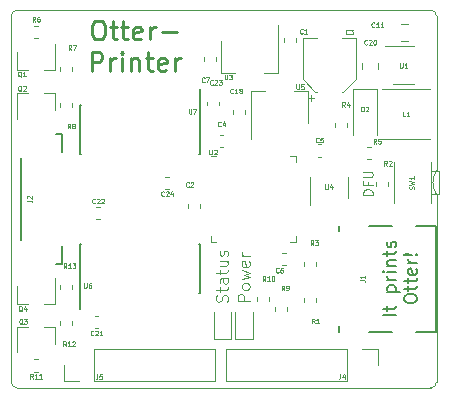
<source format=gto>
G04 #@! TF.GenerationSoftware,KiCad,Pcbnew,5.1.0*
G04 #@! TF.CreationDate,2019-05-06T20:06:38+02:00*
G04 #@! TF.ProjectId,printer-otter,7072696e-7465-4722-9d6f-747465722e6b,rev?*
G04 #@! TF.SameCoordinates,Original*
G04 #@! TF.FileFunction,Legend,Top*
G04 #@! TF.FilePolarity,Positive*
%FSLAX46Y46*%
G04 Gerber Fmt 4.6, Leading zero omitted, Abs format (unit mm)*
G04 Created by KiCad (PCBNEW 5.1.0) date 2019-05-06 20:06:38*
%MOMM*%
%LPD*%
G04 APERTURE LIST*
%ADD10C,0.100000*%
%ADD11C,0.140000*%
%ADD12C,0.250000*%
%ADD13C,0.120000*%
%ADD14C,0.150000*%
G04 APERTURE END LIST*
D10*
X136000000Y-113625000D02*
X136000000Y-100500000D01*
X135500000Y-100000000D02*
X121750000Y-100000000D01*
X130586904Y-115646428D02*
X129786904Y-115646428D01*
X129786904Y-115455952D01*
X129825000Y-115341666D01*
X129901190Y-115265476D01*
X129977380Y-115227380D01*
X130129761Y-115189285D01*
X130244047Y-115189285D01*
X130396428Y-115227380D01*
X130472619Y-115265476D01*
X130548809Y-115341666D01*
X130586904Y-115455952D01*
X130586904Y-115646428D01*
X130167857Y-114579761D02*
X130167857Y-114846428D01*
X130586904Y-114846428D02*
X129786904Y-114846428D01*
X129786904Y-114465476D01*
X129786904Y-114160714D02*
X130434523Y-114160714D01*
X130510714Y-114122619D01*
X130548809Y-114084523D01*
X130586904Y-114008333D01*
X130586904Y-113855952D01*
X130548809Y-113779761D01*
X130510714Y-113741666D01*
X130434523Y-113703571D01*
X129786904Y-113703571D01*
D11*
X132552619Y-125840476D02*
X131452619Y-125840476D01*
X131819285Y-125473809D02*
X131819285Y-125054761D01*
X131452619Y-125316666D02*
X132395476Y-125316666D01*
X132500238Y-125264285D01*
X132552619Y-125159523D01*
X132552619Y-125054761D01*
X131819285Y-123850000D02*
X132919285Y-123850000D01*
X131871666Y-123850000D02*
X131819285Y-123745238D01*
X131819285Y-123535714D01*
X131871666Y-123430952D01*
X131924047Y-123378571D01*
X132028809Y-123326190D01*
X132343095Y-123326190D01*
X132447857Y-123378571D01*
X132500238Y-123430952D01*
X132552619Y-123535714D01*
X132552619Y-123745238D01*
X132500238Y-123850000D01*
X132552619Y-122854761D02*
X131819285Y-122854761D01*
X132028809Y-122854761D02*
X131924047Y-122802380D01*
X131871666Y-122750000D01*
X131819285Y-122645238D01*
X131819285Y-122540476D01*
X132552619Y-122173809D02*
X131819285Y-122173809D01*
X131452619Y-122173809D02*
X131505000Y-122226190D01*
X131557380Y-122173809D01*
X131505000Y-122121428D01*
X131452619Y-122173809D01*
X131557380Y-122173809D01*
X131819285Y-121650000D02*
X132552619Y-121650000D01*
X131924047Y-121650000D02*
X131871666Y-121597619D01*
X131819285Y-121492857D01*
X131819285Y-121335714D01*
X131871666Y-121230952D01*
X131976428Y-121178571D01*
X132552619Y-121178571D01*
X131819285Y-120811904D02*
X131819285Y-120392857D01*
X131452619Y-120654761D02*
X132395476Y-120654761D01*
X132500238Y-120602380D01*
X132552619Y-120497619D01*
X132552619Y-120392857D01*
X132500238Y-120078571D02*
X132552619Y-119973809D01*
X132552619Y-119764285D01*
X132500238Y-119659523D01*
X132395476Y-119607142D01*
X132343095Y-119607142D01*
X132238333Y-119659523D01*
X132185952Y-119764285D01*
X132185952Y-119921428D01*
X132133571Y-120026190D01*
X132028809Y-120078571D01*
X131976428Y-120078571D01*
X131871666Y-120026190D01*
X131819285Y-119921428D01*
X131819285Y-119764285D01*
X131871666Y-119659523D01*
X133242619Y-124557142D02*
X133242619Y-124347619D01*
X133295000Y-124242857D01*
X133399761Y-124138095D01*
X133609285Y-124085714D01*
X133975952Y-124085714D01*
X134185476Y-124138095D01*
X134290238Y-124242857D01*
X134342619Y-124347619D01*
X134342619Y-124557142D01*
X134290238Y-124661904D01*
X134185476Y-124766666D01*
X133975952Y-124819047D01*
X133609285Y-124819047D01*
X133399761Y-124766666D01*
X133295000Y-124661904D01*
X133242619Y-124557142D01*
X133609285Y-123771428D02*
X133609285Y-123352380D01*
X133242619Y-123614285D02*
X134185476Y-123614285D01*
X134290238Y-123561904D01*
X134342619Y-123457142D01*
X134342619Y-123352380D01*
X133609285Y-123142857D02*
X133609285Y-122723809D01*
X133242619Y-122985714D02*
X134185476Y-122985714D01*
X134290238Y-122933333D01*
X134342619Y-122828571D01*
X134342619Y-122723809D01*
X134290238Y-121938095D02*
X134342619Y-122042857D01*
X134342619Y-122252380D01*
X134290238Y-122357142D01*
X134185476Y-122409523D01*
X133766428Y-122409523D01*
X133661666Y-122357142D01*
X133609285Y-122252380D01*
X133609285Y-122042857D01*
X133661666Y-121938095D01*
X133766428Y-121885714D01*
X133871190Y-121885714D01*
X133975952Y-122409523D01*
X134342619Y-121414285D02*
X133609285Y-121414285D01*
X133818809Y-121414285D02*
X133714047Y-121361904D01*
X133661666Y-121309523D01*
X133609285Y-121204761D01*
X133609285Y-121100000D01*
X134237857Y-120733333D02*
X134290238Y-120680952D01*
X134342619Y-120733333D01*
X134290238Y-120785714D01*
X134237857Y-120733333D01*
X134342619Y-120733333D01*
X133923571Y-120733333D02*
X133295000Y-120785714D01*
X133242619Y-120733333D01*
X133295000Y-120680952D01*
X133923571Y-120733333D01*
X133242619Y-120733333D01*
D12*
X107211904Y-100898809D02*
X107516666Y-100898809D01*
X107669047Y-100975000D01*
X107821428Y-101127380D01*
X107897619Y-101432142D01*
X107897619Y-101965476D01*
X107821428Y-102270238D01*
X107669047Y-102422619D01*
X107516666Y-102498809D01*
X107211904Y-102498809D01*
X107059523Y-102422619D01*
X106907142Y-102270238D01*
X106830952Y-101965476D01*
X106830952Y-101432142D01*
X106907142Y-101127380D01*
X107059523Y-100975000D01*
X107211904Y-100898809D01*
X108354761Y-101432142D02*
X108964285Y-101432142D01*
X108583333Y-100898809D02*
X108583333Y-102270238D01*
X108659523Y-102422619D01*
X108811904Y-102498809D01*
X108964285Y-102498809D01*
X109269047Y-101432142D02*
X109878571Y-101432142D01*
X109497619Y-100898809D02*
X109497619Y-102270238D01*
X109573809Y-102422619D01*
X109726190Y-102498809D01*
X109878571Y-102498809D01*
X111021428Y-102422619D02*
X110869047Y-102498809D01*
X110564285Y-102498809D01*
X110411904Y-102422619D01*
X110335714Y-102270238D01*
X110335714Y-101660714D01*
X110411904Y-101508333D01*
X110564285Y-101432142D01*
X110869047Y-101432142D01*
X111021428Y-101508333D01*
X111097619Y-101660714D01*
X111097619Y-101813095D01*
X110335714Y-101965476D01*
X111783333Y-102498809D02*
X111783333Y-101432142D01*
X111783333Y-101736904D02*
X111859523Y-101584523D01*
X111935714Y-101508333D01*
X112088095Y-101432142D01*
X112240476Y-101432142D01*
X112773809Y-101889285D02*
X113992857Y-101889285D01*
X106792857Y-105148809D02*
X106792857Y-103548809D01*
X107402380Y-103548809D01*
X107554761Y-103625000D01*
X107630952Y-103701190D01*
X107707142Y-103853571D01*
X107707142Y-104082142D01*
X107630952Y-104234523D01*
X107554761Y-104310714D01*
X107402380Y-104386904D01*
X106792857Y-104386904D01*
X108392857Y-105148809D02*
X108392857Y-104082142D01*
X108392857Y-104386904D02*
X108469047Y-104234523D01*
X108545238Y-104158333D01*
X108697619Y-104082142D01*
X108850000Y-104082142D01*
X109383333Y-105148809D02*
X109383333Y-104082142D01*
X109383333Y-103548809D02*
X109307142Y-103625000D01*
X109383333Y-103701190D01*
X109459523Y-103625000D01*
X109383333Y-103548809D01*
X109383333Y-103701190D01*
X110145238Y-104082142D02*
X110145238Y-105148809D01*
X110145238Y-104234523D02*
X110221428Y-104158333D01*
X110373809Y-104082142D01*
X110602380Y-104082142D01*
X110754761Y-104158333D01*
X110830952Y-104310714D01*
X110830952Y-105148809D01*
X111364285Y-104082142D02*
X111973809Y-104082142D01*
X111592857Y-103548809D02*
X111592857Y-104920238D01*
X111669047Y-105072619D01*
X111821428Y-105148809D01*
X111973809Y-105148809D01*
X113116666Y-105072619D02*
X112964285Y-105148809D01*
X112659523Y-105148809D01*
X112507142Y-105072619D01*
X112430952Y-104920238D01*
X112430952Y-104310714D01*
X112507142Y-104158333D01*
X112659523Y-104082142D01*
X112964285Y-104082142D01*
X113116666Y-104158333D01*
X113192857Y-104310714D01*
X113192857Y-104463095D01*
X112430952Y-104615476D01*
X113878571Y-105148809D02*
X113878571Y-104082142D01*
X113878571Y-104386904D02*
X113954761Y-104234523D01*
X114030952Y-104158333D01*
X114183333Y-104082142D01*
X114335714Y-104082142D01*
D10*
X120177380Y-124626190D02*
X119177380Y-124626190D01*
X119177380Y-124245238D01*
X119225000Y-124150000D01*
X119272619Y-124102380D01*
X119367857Y-124054761D01*
X119510714Y-124054761D01*
X119605952Y-124102380D01*
X119653571Y-124150000D01*
X119701190Y-124245238D01*
X119701190Y-124626190D01*
X120177380Y-123483333D02*
X120129761Y-123578571D01*
X120082142Y-123626190D01*
X119986904Y-123673809D01*
X119701190Y-123673809D01*
X119605952Y-123626190D01*
X119558333Y-123578571D01*
X119510714Y-123483333D01*
X119510714Y-123340476D01*
X119558333Y-123245238D01*
X119605952Y-123197619D01*
X119701190Y-123150000D01*
X119986904Y-123150000D01*
X120082142Y-123197619D01*
X120129761Y-123245238D01*
X120177380Y-123340476D01*
X120177380Y-123483333D01*
X119510714Y-122816666D02*
X120177380Y-122626190D01*
X119701190Y-122435714D01*
X120177380Y-122245238D01*
X119510714Y-122054761D01*
X120129761Y-121292857D02*
X120177380Y-121388095D01*
X120177380Y-121578571D01*
X120129761Y-121673809D01*
X120034523Y-121721428D01*
X119653571Y-121721428D01*
X119558333Y-121673809D01*
X119510714Y-121578571D01*
X119510714Y-121388095D01*
X119558333Y-121292857D01*
X119653571Y-121245238D01*
X119748809Y-121245238D01*
X119844047Y-121721428D01*
X120177380Y-120816666D02*
X119510714Y-120816666D01*
X119701190Y-120816666D02*
X119605952Y-120769047D01*
X119558333Y-120721428D01*
X119510714Y-120626190D01*
X119510714Y-120530952D01*
X118279761Y-124716666D02*
X118327380Y-124573809D01*
X118327380Y-124335714D01*
X118279761Y-124240476D01*
X118232142Y-124192857D01*
X118136904Y-124145238D01*
X118041666Y-124145238D01*
X117946428Y-124192857D01*
X117898809Y-124240476D01*
X117851190Y-124335714D01*
X117803571Y-124526190D01*
X117755952Y-124621428D01*
X117708333Y-124669047D01*
X117613095Y-124716666D01*
X117517857Y-124716666D01*
X117422619Y-124669047D01*
X117375000Y-124621428D01*
X117327380Y-124526190D01*
X117327380Y-124288095D01*
X117375000Y-124145238D01*
X117660714Y-123859523D02*
X117660714Y-123478571D01*
X117327380Y-123716666D02*
X118184523Y-123716666D01*
X118279761Y-123669047D01*
X118327380Y-123573809D01*
X118327380Y-123478571D01*
X118327380Y-122716666D02*
X117803571Y-122716666D01*
X117708333Y-122764285D01*
X117660714Y-122859523D01*
X117660714Y-123050000D01*
X117708333Y-123145238D01*
X118279761Y-122716666D02*
X118327380Y-122811904D01*
X118327380Y-123050000D01*
X118279761Y-123145238D01*
X118184523Y-123192857D01*
X118089285Y-123192857D01*
X117994047Y-123145238D01*
X117946428Y-123050000D01*
X117946428Y-122811904D01*
X117898809Y-122716666D01*
X117660714Y-122383333D02*
X117660714Y-122002380D01*
X117327380Y-122240476D02*
X118184523Y-122240476D01*
X118279761Y-122192857D01*
X118327380Y-122097619D01*
X118327380Y-122002380D01*
X117660714Y-121240476D02*
X118327380Y-121240476D01*
X117660714Y-121669047D02*
X118184523Y-121669047D01*
X118279761Y-121621428D01*
X118327380Y-121526190D01*
X118327380Y-121383333D01*
X118279761Y-121288095D01*
X118232142Y-121240476D01*
X118279761Y-120811904D02*
X118327380Y-120716666D01*
X118327380Y-120526190D01*
X118279761Y-120430952D01*
X118184523Y-120383333D01*
X118136904Y-120383333D01*
X118041666Y-120430952D01*
X117994047Y-120526190D01*
X117994047Y-120669047D01*
X117946428Y-120764285D01*
X117851190Y-120811904D01*
X117803571Y-120811904D01*
X117708333Y-120764285D01*
X117660714Y-120669047D01*
X117660714Y-120526190D01*
X117708333Y-120430952D01*
X100000000Y-100500000D02*
G75*
G02X100500000Y-100000000I500000J0D01*
G01*
X100500000Y-132000000D02*
G75*
G02X100000000Y-131500000I0J500000D01*
G01*
X136000000Y-131500000D02*
G75*
G02X135500000Y-132000000I-500000J0D01*
G01*
X135500000Y-100000000D02*
G75*
G02X136000000Y-100500000I0J-500000D01*
G01*
X135500000Y-100000000D02*
X135500000Y-100000000D01*
X136000000Y-131500000D02*
X136000000Y-115625000D01*
X100500000Y-132000000D02*
X135500000Y-132000000D01*
X100000000Y-100500000D02*
X100000000Y-131500000D01*
X104500000Y-100000000D02*
X100500000Y-100000000D01*
X107000000Y-100000000D02*
X104500000Y-100000000D01*
X110000000Y-100000000D02*
X112500000Y-100000000D01*
X113000000Y-100000000D02*
X112500000Y-100000000D01*
X110000000Y-100000000D02*
X107000000Y-100000000D01*
X121750000Y-100000000D02*
X113000000Y-100000000D01*
X136000000Y-115625000D02*
G75*
G02X136000000Y-113625000I1499999J1000000D01*
G01*
D13*
X133546078Y-101215000D02*
X133028922Y-101215000D01*
X133546078Y-102635000D02*
X133028922Y-102635000D01*
X129665000Y-105008578D02*
X129665000Y-104491422D01*
X131085000Y-105008578D02*
X131085000Y-104491422D01*
X129185000Y-102415000D02*
X127985000Y-102415000D01*
X124665000Y-102415000D02*
X125865000Y-102415000D01*
X124665000Y-105870563D02*
X124665000Y-102415000D01*
X129185000Y-105870563D02*
X129185000Y-102415000D01*
X128120563Y-106935000D02*
X127985000Y-106935000D01*
X125729437Y-106935000D02*
X125865000Y-106935000D01*
X125729437Y-106935000D02*
X124665000Y-105870563D01*
X128120563Y-106935000D02*
X129185000Y-105870563D01*
X125365000Y-107675000D02*
X125365000Y-107175000D01*
X125115000Y-107425000D02*
X125615000Y-107425000D01*
X124085000Y-102387221D02*
X124085000Y-102712779D01*
X123065000Y-102387221D02*
X123065000Y-102712779D01*
X116010000Y-116737779D02*
X116010000Y-116412221D01*
X114990000Y-116737779D02*
X114990000Y-116412221D01*
X125924721Y-111390000D02*
X126250279Y-111390000D01*
X125924721Y-112410000D02*
X126250279Y-112410000D01*
X123262779Y-120590000D02*
X122937221Y-120590000D01*
X123262779Y-121610000D02*
X122937221Y-121610000D01*
X117360000Y-103962221D02*
X117360000Y-104287779D01*
X116340000Y-103962221D02*
X116340000Y-104287779D01*
X118790000Y-108787779D02*
X118790000Y-108462221D01*
X119810000Y-108787779D02*
X119810000Y-108462221D01*
X107049721Y-125940000D02*
X107375279Y-125940000D01*
X107049721Y-126960000D02*
X107375279Y-126960000D01*
X107187221Y-117660000D02*
X107512779Y-117660000D01*
X107187221Y-116640000D02*
X107512779Y-116640000D01*
X117585000Y-107762221D02*
X117585000Y-108087779D01*
X116565000Y-107762221D02*
X116565000Y-108087779D01*
X113362779Y-114140000D02*
X113037221Y-114140000D01*
X113362779Y-115160000D02*
X113037221Y-115160000D01*
X117637221Y-110590000D02*
X117962779Y-110590000D01*
X117637221Y-111610000D02*
X117962779Y-111610000D01*
X123310000Y-125137221D02*
X123310000Y-125462779D01*
X122290000Y-125137221D02*
X122290000Y-125462779D01*
X130865000Y-114587221D02*
X130865000Y-114912779D01*
X131885000Y-114587221D02*
X131885000Y-114912779D01*
X125760000Y-121337221D02*
X125760000Y-121662779D01*
X124740000Y-121337221D02*
X124740000Y-121662779D01*
X127440000Y-109599721D02*
X127440000Y-109925279D01*
X128460000Y-109599721D02*
X128460000Y-109925279D01*
X130087221Y-111615000D02*
X130412779Y-111615000D01*
X130087221Y-112635000D02*
X130412779Y-112635000D01*
X102262779Y-101340000D02*
X101937221Y-101340000D01*
X102262779Y-102360000D02*
X101937221Y-102360000D01*
X104140000Y-105127779D02*
X104140000Y-104802221D01*
X105160000Y-105127779D02*
X105160000Y-104802221D01*
X105160000Y-108212779D02*
X105160000Y-107887221D01*
X104140000Y-108212779D02*
X104140000Y-107887221D01*
X121810000Y-124337221D02*
X121810000Y-124662779D01*
X120790000Y-124337221D02*
X120790000Y-124662779D01*
X101937221Y-130610000D02*
X102262779Y-130610000D01*
X101937221Y-129590000D02*
X102262779Y-129590000D01*
X105160000Y-126337221D02*
X105160000Y-126662779D01*
X104140000Y-126337221D02*
X104140000Y-126662779D01*
X104140000Y-123287221D02*
X104140000Y-123612779D01*
X105160000Y-123287221D02*
X105160000Y-123612779D01*
X124740000Y-124712779D02*
X124740000Y-124387221D01*
X125760000Y-124712779D02*
X125760000Y-124387221D01*
D14*
X127750000Y-118750000D02*
X127750000Y-118250000D01*
X127750000Y-127250000D02*
X127750000Y-126750000D01*
X130250000Y-127250000D02*
X132250000Y-127250000D01*
X132250000Y-118250000D02*
X130250000Y-118250000D01*
X134250000Y-118250000D02*
X135945000Y-118250000D01*
X135945000Y-127250000D02*
X134250000Y-127250000D01*
X135945000Y-118250000D02*
X135945000Y-127250000D01*
X105850000Y-123925000D02*
X105850000Y-125300000D01*
X115975000Y-123925000D02*
X115975000Y-119775000D01*
X105825000Y-123925000D02*
X105825000Y-119775000D01*
X115975000Y-123925000D02*
X115870000Y-123925000D01*
X115975000Y-119775000D02*
X115870000Y-119775000D01*
X105825000Y-119775000D02*
X105930000Y-119775000D01*
X105825000Y-123925000D02*
X105850000Y-123925000D01*
X115950000Y-108025000D02*
X115950000Y-106650000D01*
X105825000Y-108025000D02*
X105825000Y-112175000D01*
X115975000Y-108025000D02*
X115975000Y-112175000D01*
X105825000Y-108025000D02*
X105930000Y-108025000D01*
X105825000Y-112175000D02*
X105930000Y-112175000D01*
X115975000Y-112175000D02*
X115870000Y-112175000D01*
X115975000Y-108025000D02*
X115950000Y-108025000D01*
D13*
X100520000Y-105060000D02*
X100520000Y-103600000D01*
X103680000Y-105060000D02*
X103680000Y-102900000D01*
X103680000Y-105060000D02*
X102750000Y-105060000D01*
X100520000Y-105060000D02*
X101450000Y-105060000D01*
X130925000Y-106650000D02*
X130925000Y-110550000D01*
X128925000Y-106650000D02*
X128925000Y-110550000D01*
X130925000Y-106650000D02*
X128925000Y-106650000D01*
X131005000Y-128720000D02*
X131005000Y-130050000D01*
X129675000Y-128720000D02*
X131005000Y-128720000D01*
X128405000Y-128720000D02*
X128405000Y-131380000D01*
X128405000Y-131380000D02*
X118185000Y-131380000D01*
X128405000Y-128720000D02*
X118185000Y-128720000D01*
X118185000Y-128720000D02*
X118185000Y-131380000D01*
X104420000Y-131380000D02*
X104420000Y-130050000D01*
X105750000Y-131380000D02*
X104420000Y-131380000D01*
X107020000Y-131380000D02*
X107020000Y-128720000D01*
X107020000Y-128720000D02*
X117240000Y-128720000D01*
X107020000Y-131380000D02*
X117240000Y-131380000D01*
X117240000Y-131380000D02*
X117240000Y-128720000D01*
X135525000Y-112875000D02*
X135525000Y-116375000D01*
X132425000Y-116375000D02*
X132425000Y-112875000D01*
X136175000Y-115575000D02*
X135525000Y-115575000D01*
X136175000Y-113675000D02*
X136175000Y-115575000D01*
X135525000Y-113675000D02*
X136175000Y-113675000D01*
X135425000Y-106725000D02*
X131425000Y-106725000D01*
X135425000Y-110925000D02*
X131425000Y-110925000D01*
X120444465Y-127857756D02*
X120444465Y-125572756D01*
X118974465Y-127857756D02*
X120444465Y-127857756D01*
X118974465Y-125572756D02*
X118974465Y-127857756D01*
X118594463Y-127845257D02*
X118594463Y-125560257D01*
X117124463Y-127845257D02*
X118594463Y-127845257D01*
X117124463Y-125560257D02*
X117124463Y-127845257D01*
X117365000Y-112390000D02*
X116890000Y-112390000D01*
X124110000Y-119610000D02*
X124110000Y-119135000D01*
X123635000Y-119610000D02*
X124110000Y-119610000D01*
X116890000Y-119610000D02*
X116890000Y-119135000D01*
X117365000Y-119610000D02*
X116890000Y-119610000D01*
X124110000Y-112390000D02*
X124110000Y-112865000D01*
X123635000Y-112390000D02*
X124110000Y-112390000D01*
X103680000Y-107040000D02*
X103680000Y-108500000D01*
X100520000Y-107040000D02*
X100520000Y-109200000D01*
X100520000Y-107040000D02*
X101450000Y-107040000D01*
X103680000Y-107040000D02*
X102750000Y-107040000D01*
X103680000Y-126840000D02*
X103680000Y-128300000D01*
X100520000Y-126840000D02*
X100520000Y-129000000D01*
X100520000Y-126840000D02*
X101450000Y-126840000D01*
X103680000Y-126840000D02*
X102750000Y-126840000D01*
X100520000Y-124860000D02*
X100520000Y-123400000D01*
X103680000Y-124860000D02*
X103680000Y-122700000D01*
X103680000Y-124860000D02*
X102750000Y-124860000D01*
X100520000Y-124860000D02*
X101450000Y-124860000D01*
X134100000Y-103090000D02*
X131650000Y-103090000D01*
X132300000Y-106310000D02*
X134100000Y-106310000D01*
X125290000Y-114100000D02*
X125290000Y-116550000D01*
X128510000Y-115900000D02*
X128510000Y-114100000D01*
X122575000Y-105305000D02*
X121375000Y-105305000D01*
X122575000Y-101305000D02*
X122575000Y-105305000D01*
X117775000Y-105305000D02*
X117775000Y-102605000D01*
X118975000Y-105305000D02*
X117775000Y-105305000D01*
X120300000Y-106895000D02*
X121500000Y-106895000D01*
X120300000Y-110895000D02*
X120300000Y-106895000D01*
X125100000Y-106895000D02*
X125100000Y-109595000D01*
X123900000Y-106895000D02*
X125100000Y-106895000D01*
D14*
X100800000Y-112500000D02*
X100800000Y-119500000D01*
X104300000Y-110500000D02*
X103800000Y-110500000D01*
X104300000Y-112000000D02*
X104300000Y-110500000D01*
X104300000Y-121500000D02*
X103800000Y-121500000D01*
X104300000Y-120000000D02*
X104300000Y-121500000D01*
D10*
X130742857Y-101417857D02*
X130723809Y-101436904D01*
X130666666Y-101455952D01*
X130628571Y-101455952D01*
X130571428Y-101436904D01*
X130533333Y-101398809D01*
X130514285Y-101360714D01*
X130495238Y-101284523D01*
X130495238Y-101227380D01*
X130514285Y-101151190D01*
X130533333Y-101113095D01*
X130571428Y-101075000D01*
X130628571Y-101055952D01*
X130666666Y-101055952D01*
X130723809Y-101075000D01*
X130742857Y-101094047D01*
X131123809Y-101455952D02*
X130895238Y-101455952D01*
X131009523Y-101455952D02*
X131009523Y-101055952D01*
X130971428Y-101113095D01*
X130933333Y-101151190D01*
X130895238Y-101170238D01*
X131504761Y-101455952D02*
X131276190Y-101455952D01*
X131390476Y-101455952D02*
X131390476Y-101055952D01*
X131352380Y-101113095D01*
X131314285Y-101151190D01*
X131276190Y-101170238D01*
X130117857Y-102892857D02*
X130098809Y-102911904D01*
X130041666Y-102930952D01*
X130003571Y-102930952D01*
X129946428Y-102911904D01*
X129908333Y-102873809D01*
X129889285Y-102835714D01*
X129870238Y-102759523D01*
X129870238Y-102702380D01*
X129889285Y-102626190D01*
X129908333Y-102588095D01*
X129946428Y-102550000D01*
X130003571Y-102530952D01*
X130041666Y-102530952D01*
X130098809Y-102550000D01*
X130117857Y-102569047D01*
X130270238Y-102569047D02*
X130289285Y-102550000D01*
X130327380Y-102530952D01*
X130422619Y-102530952D01*
X130460714Y-102550000D01*
X130479761Y-102569047D01*
X130498809Y-102607142D01*
X130498809Y-102645238D01*
X130479761Y-102702380D01*
X130251190Y-102930952D01*
X130498809Y-102930952D01*
X130746428Y-102530952D02*
X130784523Y-102530952D01*
X130822619Y-102550000D01*
X130841666Y-102569047D01*
X130860714Y-102607142D01*
X130879761Y-102683333D01*
X130879761Y-102778571D01*
X130860714Y-102854761D01*
X130841666Y-102892857D01*
X130822619Y-102911904D01*
X130784523Y-102930952D01*
X130746428Y-102930952D01*
X130708333Y-102911904D01*
X130689285Y-102892857D01*
X130670238Y-102854761D01*
X130651190Y-102778571D01*
X130651190Y-102683333D01*
X130670238Y-102607142D01*
X130689285Y-102569047D01*
X130708333Y-102550000D01*
X130746428Y-102530952D01*
X128558333Y-102017857D02*
X128539285Y-102036904D01*
X128482142Y-102055952D01*
X128444047Y-102055952D01*
X128386904Y-102036904D01*
X128348809Y-101998809D01*
X128329761Y-101960714D01*
X128310714Y-101884523D01*
X128310714Y-101827380D01*
X128329761Y-101751190D01*
X128348809Y-101713095D01*
X128386904Y-101675000D01*
X128444047Y-101655952D01*
X128482142Y-101655952D01*
X128539285Y-101675000D01*
X128558333Y-101694047D01*
X128691666Y-101655952D02*
X128939285Y-101655952D01*
X128805952Y-101808333D01*
X128863095Y-101808333D01*
X128901190Y-101827380D01*
X128920238Y-101846428D01*
X128939285Y-101884523D01*
X128939285Y-101979761D01*
X128920238Y-102017857D01*
X128901190Y-102036904D01*
X128863095Y-102055952D01*
X128748809Y-102055952D01*
X128710714Y-102036904D01*
X128691666Y-102017857D01*
X124658333Y-101967857D02*
X124639285Y-101986904D01*
X124582142Y-102005952D01*
X124544047Y-102005952D01*
X124486904Y-101986904D01*
X124448809Y-101948809D01*
X124429761Y-101910714D01*
X124410714Y-101834523D01*
X124410714Y-101777380D01*
X124429761Y-101701190D01*
X124448809Y-101663095D01*
X124486904Y-101625000D01*
X124544047Y-101605952D01*
X124582142Y-101605952D01*
X124639285Y-101625000D01*
X124658333Y-101644047D01*
X125039285Y-102005952D02*
X124810714Y-102005952D01*
X124925000Y-102005952D02*
X124925000Y-101605952D01*
X124886904Y-101663095D01*
X124848809Y-101701190D01*
X124810714Y-101720238D01*
X115033333Y-114942857D02*
X115014285Y-114961904D01*
X114957142Y-114980952D01*
X114919047Y-114980952D01*
X114861904Y-114961904D01*
X114823809Y-114923809D01*
X114804761Y-114885714D01*
X114785714Y-114809523D01*
X114785714Y-114752380D01*
X114804761Y-114676190D01*
X114823809Y-114638095D01*
X114861904Y-114600000D01*
X114919047Y-114580952D01*
X114957142Y-114580952D01*
X115014285Y-114600000D01*
X115033333Y-114619047D01*
X115185714Y-114619047D02*
X115204761Y-114600000D01*
X115242857Y-114580952D01*
X115338095Y-114580952D01*
X115376190Y-114600000D01*
X115395238Y-114619047D01*
X115414285Y-114657142D01*
X115414285Y-114695238D01*
X115395238Y-114752380D01*
X115166666Y-114980952D01*
X115414285Y-114980952D01*
X126020833Y-111167857D02*
X126001785Y-111186904D01*
X125944642Y-111205952D01*
X125906547Y-111205952D01*
X125849404Y-111186904D01*
X125811309Y-111148809D01*
X125792261Y-111110714D01*
X125773214Y-111034523D01*
X125773214Y-110977380D01*
X125792261Y-110901190D01*
X125811309Y-110863095D01*
X125849404Y-110825000D01*
X125906547Y-110805952D01*
X125944642Y-110805952D01*
X126001785Y-110825000D01*
X126020833Y-110844047D01*
X126382738Y-110805952D02*
X126192261Y-110805952D01*
X126173214Y-110996428D01*
X126192261Y-110977380D01*
X126230357Y-110958333D01*
X126325595Y-110958333D01*
X126363690Y-110977380D01*
X126382738Y-110996428D01*
X126401785Y-111034523D01*
X126401785Y-111129761D01*
X126382738Y-111167857D01*
X126363690Y-111186904D01*
X126325595Y-111205952D01*
X126230357Y-111205952D01*
X126192261Y-111186904D01*
X126173214Y-111167857D01*
X122633333Y-122192857D02*
X122614285Y-122211904D01*
X122557142Y-122230952D01*
X122519047Y-122230952D01*
X122461904Y-122211904D01*
X122423809Y-122173809D01*
X122404761Y-122135714D01*
X122385714Y-122059523D01*
X122385714Y-122002380D01*
X122404761Y-121926190D01*
X122423809Y-121888095D01*
X122461904Y-121850000D01*
X122519047Y-121830952D01*
X122557142Y-121830952D01*
X122614285Y-121850000D01*
X122633333Y-121869047D01*
X122976190Y-121830952D02*
X122900000Y-121830952D01*
X122861904Y-121850000D01*
X122842857Y-121869047D01*
X122804761Y-121926190D01*
X122785714Y-122002380D01*
X122785714Y-122154761D01*
X122804761Y-122192857D01*
X122823809Y-122211904D01*
X122861904Y-122230952D01*
X122938095Y-122230952D01*
X122976190Y-122211904D01*
X122995238Y-122192857D01*
X123014285Y-122154761D01*
X123014285Y-122059523D01*
X122995238Y-122021428D01*
X122976190Y-122002380D01*
X122938095Y-121983333D01*
X122861904Y-121983333D01*
X122823809Y-122002380D01*
X122804761Y-122021428D01*
X122785714Y-122059523D01*
X116358333Y-106067857D02*
X116339285Y-106086904D01*
X116282142Y-106105952D01*
X116244047Y-106105952D01*
X116186904Y-106086904D01*
X116148809Y-106048809D01*
X116129761Y-106010714D01*
X116110714Y-105934523D01*
X116110714Y-105877380D01*
X116129761Y-105801190D01*
X116148809Y-105763095D01*
X116186904Y-105725000D01*
X116244047Y-105705952D01*
X116282142Y-105705952D01*
X116339285Y-105725000D01*
X116358333Y-105744047D01*
X116491666Y-105705952D02*
X116758333Y-105705952D01*
X116586904Y-106105952D01*
X118767857Y-107017857D02*
X118748809Y-107036904D01*
X118691666Y-107055952D01*
X118653571Y-107055952D01*
X118596428Y-107036904D01*
X118558333Y-106998809D01*
X118539285Y-106960714D01*
X118520238Y-106884523D01*
X118520238Y-106827380D01*
X118539285Y-106751190D01*
X118558333Y-106713095D01*
X118596428Y-106675000D01*
X118653571Y-106655952D01*
X118691666Y-106655952D01*
X118748809Y-106675000D01*
X118767857Y-106694047D01*
X119148809Y-107055952D02*
X118920238Y-107055952D01*
X119034523Y-107055952D02*
X119034523Y-106655952D01*
X118996428Y-106713095D01*
X118958333Y-106751190D01*
X118920238Y-106770238D01*
X119377380Y-106827380D02*
X119339285Y-106808333D01*
X119320238Y-106789285D01*
X119301190Y-106751190D01*
X119301190Y-106732142D01*
X119320238Y-106694047D01*
X119339285Y-106675000D01*
X119377380Y-106655952D01*
X119453571Y-106655952D01*
X119491666Y-106675000D01*
X119510714Y-106694047D01*
X119529761Y-106732142D01*
X119529761Y-106751190D01*
X119510714Y-106789285D01*
X119491666Y-106808333D01*
X119453571Y-106827380D01*
X119377380Y-106827380D01*
X119339285Y-106846428D01*
X119320238Y-106865476D01*
X119301190Y-106903571D01*
X119301190Y-106979761D01*
X119320238Y-107017857D01*
X119339285Y-107036904D01*
X119377380Y-107055952D01*
X119453571Y-107055952D01*
X119491666Y-107036904D01*
X119510714Y-107017857D01*
X119529761Y-106979761D01*
X119529761Y-106903571D01*
X119510714Y-106865476D01*
X119491666Y-106846428D01*
X119453571Y-106827380D01*
X106955357Y-127517857D02*
X106936309Y-127536904D01*
X106879166Y-127555952D01*
X106841071Y-127555952D01*
X106783928Y-127536904D01*
X106745833Y-127498809D01*
X106726785Y-127460714D01*
X106707738Y-127384523D01*
X106707738Y-127327380D01*
X106726785Y-127251190D01*
X106745833Y-127213095D01*
X106783928Y-127175000D01*
X106841071Y-127155952D01*
X106879166Y-127155952D01*
X106936309Y-127175000D01*
X106955357Y-127194047D01*
X107107738Y-127194047D02*
X107126785Y-127175000D01*
X107164880Y-127155952D01*
X107260119Y-127155952D01*
X107298214Y-127175000D01*
X107317261Y-127194047D01*
X107336309Y-127232142D01*
X107336309Y-127270238D01*
X107317261Y-127327380D01*
X107088690Y-127555952D01*
X107336309Y-127555952D01*
X107717261Y-127555952D02*
X107488690Y-127555952D01*
X107602976Y-127555952D02*
X107602976Y-127155952D01*
X107564880Y-127213095D01*
X107526785Y-127251190D01*
X107488690Y-127270238D01*
X107092857Y-116342857D02*
X107073809Y-116361904D01*
X107016666Y-116380952D01*
X106978571Y-116380952D01*
X106921428Y-116361904D01*
X106883333Y-116323809D01*
X106864285Y-116285714D01*
X106845238Y-116209523D01*
X106845238Y-116152380D01*
X106864285Y-116076190D01*
X106883333Y-116038095D01*
X106921428Y-116000000D01*
X106978571Y-115980952D01*
X107016666Y-115980952D01*
X107073809Y-116000000D01*
X107092857Y-116019047D01*
X107245238Y-116019047D02*
X107264285Y-116000000D01*
X107302380Y-115980952D01*
X107397619Y-115980952D01*
X107435714Y-116000000D01*
X107454761Y-116019047D01*
X107473809Y-116057142D01*
X107473809Y-116095238D01*
X107454761Y-116152380D01*
X107226190Y-116380952D01*
X107473809Y-116380952D01*
X107626190Y-116019047D02*
X107645238Y-116000000D01*
X107683333Y-115980952D01*
X107778571Y-115980952D01*
X107816666Y-116000000D01*
X107835714Y-116019047D01*
X107854761Y-116057142D01*
X107854761Y-116095238D01*
X107835714Y-116152380D01*
X107607142Y-116380952D01*
X107854761Y-116380952D01*
X117067857Y-106292857D02*
X117048809Y-106311904D01*
X116991666Y-106330952D01*
X116953571Y-106330952D01*
X116896428Y-106311904D01*
X116858333Y-106273809D01*
X116839285Y-106235714D01*
X116820238Y-106159523D01*
X116820238Y-106102380D01*
X116839285Y-106026190D01*
X116858333Y-105988095D01*
X116896428Y-105950000D01*
X116953571Y-105930952D01*
X116991666Y-105930952D01*
X117048809Y-105950000D01*
X117067857Y-105969047D01*
X117220238Y-105969047D02*
X117239285Y-105950000D01*
X117277380Y-105930952D01*
X117372619Y-105930952D01*
X117410714Y-105950000D01*
X117429761Y-105969047D01*
X117448809Y-106007142D01*
X117448809Y-106045238D01*
X117429761Y-106102380D01*
X117201190Y-106330952D01*
X117448809Y-106330952D01*
X117582142Y-105930952D02*
X117829761Y-105930952D01*
X117696428Y-106083333D01*
X117753571Y-106083333D01*
X117791666Y-106102380D01*
X117810714Y-106121428D01*
X117829761Y-106159523D01*
X117829761Y-106254761D01*
X117810714Y-106292857D01*
X117791666Y-106311904D01*
X117753571Y-106330952D01*
X117639285Y-106330952D01*
X117601190Y-106311904D01*
X117582142Y-106292857D01*
X112942857Y-115717857D02*
X112923809Y-115736904D01*
X112866666Y-115755952D01*
X112828571Y-115755952D01*
X112771428Y-115736904D01*
X112733333Y-115698809D01*
X112714285Y-115660714D01*
X112695238Y-115584523D01*
X112695238Y-115527380D01*
X112714285Y-115451190D01*
X112733333Y-115413095D01*
X112771428Y-115375000D01*
X112828571Y-115355952D01*
X112866666Y-115355952D01*
X112923809Y-115375000D01*
X112942857Y-115394047D01*
X113095238Y-115394047D02*
X113114285Y-115375000D01*
X113152380Y-115355952D01*
X113247619Y-115355952D01*
X113285714Y-115375000D01*
X113304761Y-115394047D01*
X113323809Y-115432142D01*
X113323809Y-115470238D01*
X113304761Y-115527380D01*
X113076190Y-115755952D01*
X113323809Y-115755952D01*
X113666666Y-115489285D02*
X113666666Y-115755952D01*
X113571428Y-115336904D02*
X113476190Y-115622619D01*
X113723809Y-115622619D01*
X117733333Y-109812857D02*
X117714285Y-109831904D01*
X117657142Y-109850952D01*
X117619047Y-109850952D01*
X117561904Y-109831904D01*
X117523809Y-109793809D01*
X117504761Y-109755714D01*
X117485714Y-109679523D01*
X117485714Y-109622380D01*
X117504761Y-109546190D01*
X117523809Y-109508095D01*
X117561904Y-109470000D01*
X117619047Y-109450952D01*
X117657142Y-109450952D01*
X117714285Y-109470000D01*
X117733333Y-109489047D01*
X118076190Y-109584285D02*
X118076190Y-109850952D01*
X117980952Y-109431904D02*
X117885714Y-109717619D01*
X118133333Y-109717619D01*
X123108333Y-123730952D02*
X122975000Y-123540476D01*
X122879761Y-123730952D02*
X122879761Y-123330952D01*
X123032142Y-123330952D01*
X123070238Y-123350000D01*
X123089285Y-123369047D01*
X123108333Y-123407142D01*
X123108333Y-123464285D01*
X123089285Y-123502380D01*
X123070238Y-123521428D01*
X123032142Y-123540476D01*
X122879761Y-123540476D01*
X123298809Y-123730952D02*
X123375000Y-123730952D01*
X123413095Y-123711904D01*
X123432142Y-123692857D01*
X123470238Y-123635714D01*
X123489285Y-123559523D01*
X123489285Y-123407142D01*
X123470238Y-123369047D01*
X123451190Y-123350000D01*
X123413095Y-123330952D01*
X123336904Y-123330952D01*
X123298809Y-123350000D01*
X123279761Y-123369047D01*
X123260714Y-123407142D01*
X123260714Y-123502380D01*
X123279761Y-123540476D01*
X123298809Y-123559523D01*
X123336904Y-123578571D01*
X123413095Y-123578571D01*
X123451190Y-123559523D01*
X123470238Y-123540476D01*
X123489285Y-123502380D01*
X131808333Y-113180952D02*
X131675000Y-112990476D01*
X131579761Y-113180952D02*
X131579761Y-112780952D01*
X131732142Y-112780952D01*
X131770238Y-112800000D01*
X131789285Y-112819047D01*
X131808333Y-112857142D01*
X131808333Y-112914285D01*
X131789285Y-112952380D01*
X131770238Y-112971428D01*
X131732142Y-112990476D01*
X131579761Y-112990476D01*
X131960714Y-112819047D02*
X131979761Y-112800000D01*
X132017857Y-112780952D01*
X132113095Y-112780952D01*
X132151190Y-112800000D01*
X132170238Y-112819047D01*
X132189285Y-112857142D01*
X132189285Y-112895238D01*
X132170238Y-112952380D01*
X131941666Y-113180952D01*
X132189285Y-113180952D01*
X125583333Y-119905952D02*
X125450000Y-119715476D01*
X125354761Y-119905952D02*
X125354761Y-119505952D01*
X125507142Y-119505952D01*
X125545238Y-119525000D01*
X125564285Y-119544047D01*
X125583333Y-119582142D01*
X125583333Y-119639285D01*
X125564285Y-119677380D01*
X125545238Y-119696428D01*
X125507142Y-119715476D01*
X125354761Y-119715476D01*
X125716666Y-119505952D02*
X125964285Y-119505952D01*
X125830952Y-119658333D01*
X125888095Y-119658333D01*
X125926190Y-119677380D01*
X125945238Y-119696428D01*
X125964285Y-119734523D01*
X125964285Y-119829761D01*
X125945238Y-119867857D01*
X125926190Y-119886904D01*
X125888095Y-119905952D01*
X125773809Y-119905952D01*
X125735714Y-119886904D01*
X125716666Y-119867857D01*
X128258333Y-108205952D02*
X128125000Y-108015476D01*
X128029761Y-108205952D02*
X128029761Y-107805952D01*
X128182142Y-107805952D01*
X128220238Y-107825000D01*
X128239285Y-107844047D01*
X128258333Y-107882142D01*
X128258333Y-107939285D01*
X128239285Y-107977380D01*
X128220238Y-107996428D01*
X128182142Y-108015476D01*
X128029761Y-108015476D01*
X128601190Y-107939285D02*
X128601190Y-108205952D01*
X128505952Y-107786904D02*
X128410714Y-108072619D01*
X128658333Y-108072619D01*
X130908333Y-111305952D02*
X130775000Y-111115476D01*
X130679761Y-111305952D02*
X130679761Y-110905952D01*
X130832142Y-110905952D01*
X130870238Y-110925000D01*
X130889285Y-110944047D01*
X130908333Y-110982142D01*
X130908333Y-111039285D01*
X130889285Y-111077380D01*
X130870238Y-111096428D01*
X130832142Y-111115476D01*
X130679761Y-111115476D01*
X131270238Y-110905952D02*
X131079761Y-110905952D01*
X131060714Y-111096428D01*
X131079761Y-111077380D01*
X131117857Y-111058333D01*
X131213095Y-111058333D01*
X131251190Y-111077380D01*
X131270238Y-111096428D01*
X131289285Y-111134523D01*
X131289285Y-111229761D01*
X131270238Y-111267857D01*
X131251190Y-111286904D01*
X131213095Y-111305952D01*
X131117857Y-111305952D01*
X131079761Y-111286904D01*
X131060714Y-111267857D01*
X102033333Y-100980952D02*
X101900000Y-100790476D01*
X101804761Y-100980952D02*
X101804761Y-100580952D01*
X101957142Y-100580952D01*
X101995238Y-100600000D01*
X102014285Y-100619047D01*
X102033333Y-100657142D01*
X102033333Y-100714285D01*
X102014285Y-100752380D01*
X101995238Y-100771428D01*
X101957142Y-100790476D01*
X101804761Y-100790476D01*
X102376190Y-100580952D02*
X102300000Y-100580952D01*
X102261904Y-100600000D01*
X102242857Y-100619047D01*
X102204761Y-100676190D01*
X102185714Y-100752380D01*
X102185714Y-100904761D01*
X102204761Y-100942857D01*
X102223809Y-100961904D01*
X102261904Y-100980952D01*
X102338095Y-100980952D01*
X102376190Y-100961904D01*
X102395238Y-100942857D01*
X102414285Y-100904761D01*
X102414285Y-100809523D01*
X102395238Y-100771428D01*
X102376190Y-100752380D01*
X102338095Y-100733333D01*
X102261904Y-100733333D01*
X102223809Y-100752380D01*
X102204761Y-100771428D01*
X102185714Y-100809523D01*
X105083333Y-103380952D02*
X104950000Y-103190476D01*
X104854761Y-103380952D02*
X104854761Y-102980952D01*
X105007142Y-102980952D01*
X105045238Y-103000000D01*
X105064285Y-103019047D01*
X105083333Y-103057142D01*
X105083333Y-103114285D01*
X105064285Y-103152380D01*
X105045238Y-103171428D01*
X105007142Y-103190476D01*
X104854761Y-103190476D01*
X105216666Y-102980952D02*
X105483333Y-102980952D01*
X105311904Y-103380952D01*
X105008333Y-110030952D02*
X104875000Y-109840476D01*
X104779761Y-110030952D02*
X104779761Y-109630952D01*
X104932142Y-109630952D01*
X104970238Y-109650000D01*
X104989285Y-109669047D01*
X105008333Y-109707142D01*
X105008333Y-109764285D01*
X104989285Y-109802380D01*
X104970238Y-109821428D01*
X104932142Y-109840476D01*
X104779761Y-109840476D01*
X105236904Y-109802380D02*
X105198809Y-109783333D01*
X105179761Y-109764285D01*
X105160714Y-109726190D01*
X105160714Y-109707142D01*
X105179761Y-109669047D01*
X105198809Y-109650000D01*
X105236904Y-109630952D01*
X105313095Y-109630952D01*
X105351190Y-109650000D01*
X105370238Y-109669047D01*
X105389285Y-109707142D01*
X105389285Y-109726190D01*
X105370238Y-109764285D01*
X105351190Y-109783333D01*
X105313095Y-109802380D01*
X105236904Y-109802380D01*
X105198809Y-109821428D01*
X105179761Y-109840476D01*
X105160714Y-109878571D01*
X105160714Y-109954761D01*
X105179761Y-109992857D01*
X105198809Y-110011904D01*
X105236904Y-110030952D01*
X105313095Y-110030952D01*
X105351190Y-110011904D01*
X105370238Y-109992857D01*
X105389285Y-109954761D01*
X105389285Y-109878571D01*
X105370238Y-109840476D01*
X105351190Y-109821428D01*
X105313095Y-109802380D01*
X121517857Y-122930952D02*
X121384523Y-122740476D01*
X121289285Y-122930952D02*
X121289285Y-122530952D01*
X121441666Y-122530952D01*
X121479761Y-122550000D01*
X121498809Y-122569047D01*
X121517857Y-122607142D01*
X121517857Y-122664285D01*
X121498809Y-122702380D01*
X121479761Y-122721428D01*
X121441666Y-122740476D01*
X121289285Y-122740476D01*
X121898809Y-122930952D02*
X121670238Y-122930952D01*
X121784523Y-122930952D02*
X121784523Y-122530952D01*
X121746428Y-122588095D01*
X121708333Y-122626190D01*
X121670238Y-122645238D01*
X122146428Y-122530952D02*
X122184523Y-122530952D01*
X122222619Y-122550000D01*
X122241666Y-122569047D01*
X122260714Y-122607142D01*
X122279761Y-122683333D01*
X122279761Y-122778571D01*
X122260714Y-122854761D01*
X122241666Y-122892857D01*
X122222619Y-122911904D01*
X122184523Y-122930952D01*
X122146428Y-122930952D01*
X122108333Y-122911904D01*
X122089285Y-122892857D01*
X122070238Y-122854761D01*
X122051190Y-122778571D01*
X122051190Y-122683333D01*
X122070238Y-122607142D01*
X122089285Y-122569047D01*
X122108333Y-122550000D01*
X122146428Y-122530952D01*
X101842857Y-131205952D02*
X101709523Y-131015476D01*
X101614285Y-131205952D02*
X101614285Y-130805952D01*
X101766666Y-130805952D01*
X101804761Y-130825000D01*
X101823809Y-130844047D01*
X101842857Y-130882142D01*
X101842857Y-130939285D01*
X101823809Y-130977380D01*
X101804761Y-130996428D01*
X101766666Y-131015476D01*
X101614285Y-131015476D01*
X102223809Y-131205952D02*
X101995238Y-131205952D01*
X102109523Y-131205952D02*
X102109523Y-130805952D01*
X102071428Y-130863095D01*
X102033333Y-130901190D01*
X101995238Y-130920238D01*
X102604761Y-131205952D02*
X102376190Y-131205952D01*
X102490476Y-131205952D02*
X102490476Y-130805952D01*
X102452380Y-130863095D01*
X102414285Y-130901190D01*
X102376190Y-130920238D01*
X104642857Y-128455952D02*
X104509523Y-128265476D01*
X104414285Y-128455952D02*
X104414285Y-128055952D01*
X104566666Y-128055952D01*
X104604761Y-128075000D01*
X104623809Y-128094047D01*
X104642857Y-128132142D01*
X104642857Y-128189285D01*
X104623809Y-128227380D01*
X104604761Y-128246428D01*
X104566666Y-128265476D01*
X104414285Y-128265476D01*
X105023809Y-128455952D02*
X104795238Y-128455952D01*
X104909523Y-128455952D02*
X104909523Y-128055952D01*
X104871428Y-128113095D01*
X104833333Y-128151190D01*
X104795238Y-128170238D01*
X105176190Y-128094047D02*
X105195238Y-128075000D01*
X105233333Y-128055952D01*
X105328571Y-128055952D01*
X105366666Y-128075000D01*
X105385714Y-128094047D01*
X105404761Y-128132142D01*
X105404761Y-128170238D01*
X105385714Y-128227380D01*
X105157142Y-128455952D01*
X105404761Y-128455952D01*
X104667857Y-121855952D02*
X104534523Y-121665476D01*
X104439285Y-121855952D02*
X104439285Y-121455952D01*
X104591666Y-121455952D01*
X104629761Y-121475000D01*
X104648809Y-121494047D01*
X104667857Y-121532142D01*
X104667857Y-121589285D01*
X104648809Y-121627380D01*
X104629761Y-121646428D01*
X104591666Y-121665476D01*
X104439285Y-121665476D01*
X105048809Y-121855952D02*
X104820238Y-121855952D01*
X104934523Y-121855952D02*
X104934523Y-121455952D01*
X104896428Y-121513095D01*
X104858333Y-121551190D01*
X104820238Y-121570238D01*
X105182142Y-121455952D02*
X105429761Y-121455952D01*
X105296428Y-121608333D01*
X105353571Y-121608333D01*
X105391666Y-121627380D01*
X105410714Y-121646428D01*
X105429761Y-121684523D01*
X105429761Y-121779761D01*
X105410714Y-121817857D01*
X105391666Y-121836904D01*
X105353571Y-121855952D01*
X105239285Y-121855952D01*
X105201190Y-121836904D01*
X105182142Y-121817857D01*
X125683333Y-126530952D02*
X125550000Y-126340476D01*
X125454761Y-126530952D02*
X125454761Y-126130952D01*
X125607142Y-126130952D01*
X125645238Y-126150000D01*
X125664285Y-126169047D01*
X125683333Y-126207142D01*
X125683333Y-126264285D01*
X125664285Y-126302380D01*
X125645238Y-126321428D01*
X125607142Y-126340476D01*
X125454761Y-126340476D01*
X126064285Y-126530952D02*
X125835714Y-126530952D01*
X125950000Y-126530952D02*
X125950000Y-126130952D01*
X125911904Y-126188095D01*
X125873809Y-126226190D01*
X125835714Y-126245238D01*
X129530952Y-122883333D02*
X129816666Y-122883333D01*
X129873809Y-122902380D01*
X129911904Y-122940476D01*
X129930952Y-122997619D01*
X129930952Y-123035714D01*
X129930952Y-122483333D02*
X129930952Y-122711904D01*
X129930952Y-122597619D02*
X129530952Y-122597619D01*
X129588095Y-122635714D01*
X129626190Y-122673809D01*
X129645238Y-122711904D01*
X106145238Y-123130952D02*
X106145238Y-123454761D01*
X106164285Y-123492857D01*
X106183333Y-123511904D01*
X106221428Y-123530952D01*
X106297619Y-123530952D01*
X106335714Y-123511904D01*
X106354761Y-123492857D01*
X106373809Y-123454761D01*
X106373809Y-123130952D01*
X106735714Y-123130952D02*
X106659523Y-123130952D01*
X106621428Y-123150000D01*
X106602380Y-123169047D01*
X106564285Y-123226190D01*
X106545238Y-123302380D01*
X106545238Y-123454761D01*
X106564285Y-123492857D01*
X106583333Y-123511904D01*
X106621428Y-123530952D01*
X106697619Y-123530952D01*
X106735714Y-123511904D01*
X106754761Y-123492857D01*
X106773809Y-123454761D01*
X106773809Y-123359523D01*
X106754761Y-123321428D01*
X106735714Y-123302380D01*
X106697619Y-123283333D01*
X106621428Y-123283333D01*
X106583333Y-123302380D01*
X106564285Y-123321428D01*
X106545238Y-123359523D01*
X115020238Y-108380952D02*
X115020238Y-108704761D01*
X115039285Y-108742857D01*
X115058333Y-108761904D01*
X115096428Y-108780952D01*
X115172619Y-108780952D01*
X115210714Y-108761904D01*
X115229761Y-108742857D01*
X115248809Y-108704761D01*
X115248809Y-108380952D01*
X115401190Y-108380952D02*
X115667857Y-108380952D01*
X115496428Y-108780952D01*
X100861904Y-105669047D02*
X100823809Y-105650000D01*
X100785714Y-105611904D01*
X100728571Y-105554761D01*
X100690476Y-105535714D01*
X100652380Y-105535714D01*
X100671428Y-105630952D02*
X100633333Y-105611904D01*
X100595238Y-105573809D01*
X100576190Y-105497619D01*
X100576190Y-105364285D01*
X100595238Y-105288095D01*
X100633333Y-105250000D01*
X100671428Y-105230952D01*
X100747619Y-105230952D01*
X100785714Y-105250000D01*
X100823809Y-105288095D01*
X100842857Y-105364285D01*
X100842857Y-105497619D01*
X100823809Y-105573809D01*
X100785714Y-105611904D01*
X100747619Y-105630952D01*
X100671428Y-105630952D01*
X101223809Y-105630952D02*
X100995238Y-105630952D01*
X101109523Y-105630952D02*
X101109523Y-105230952D01*
X101071428Y-105288095D01*
X101033333Y-105326190D01*
X100995238Y-105345238D01*
X129629761Y-108580952D02*
X129629761Y-108180952D01*
X129725000Y-108180952D01*
X129782142Y-108200000D01*
X129820238Y-108238095D01*
X129839285Y-108276190D01*
X129858333Y-108352380D01*
X129858333Y-108409523D01*
X129839285Y-108485714D01*
X129820238Y-108523809D01*
X129782142Y-108561904D01*
X129725000Y-108580952D01*
X129629761Y-108580952D01*
X130010714Y-108219047D02*
X130029761Y-108200000D01*
X130067857Y-108180952D01*
X130163095Y-108180952D01*
X130201190Y-108200000D01*
X130220238Y-108219047D01*
X130239285Y-108257142D01*
X130239285Y-108295238D01*
X130220238Y-108352380D01*
X129991666Y-108580952D01*
X130239285Y-108580952D01*
X127866666Y-130805952D02*
X127866666Y-131091666D01*
X127847619Y-131148809D01*
X127809523Y-131186904D01*
X127752380Y-131205952D01*
X127714285Y-131205952D01*
X128228571Y-130939285D02*
X128228571Y-131205952D01*
X128133333Y-130786904D02*
X128038095Y-131072619D01*
X128285714Y-131072619D01*
X107291666Y-130855952D02*
X107291666Y-131141666D01*
X107272619Y-131198809D01*
X107234523Y-131236904D01*
X107177380Y-131255952D01*
X107139285Y-131255952D01*
X107672619Y-130855952D02*
X107482142Y-130855952D01*
X107463095Y-131046428D01*
X107482142Y-131027380D01*
X107520238Y-131008333D01*
X107615476Y-131008333D01*
X107653571Y-131027380D01*
X107672619Y-131046428D01*
X107691666Y-131084523D01*
X107691666Y-131179761D01*
X107672619Y-131217857D01*
X107653571Y-131236904D01*
X107615476Y-131255952D01*
X107520238Y-131255952D01*
X107482142Y-131236904D01*
X107463095Y-131217857D01*
X134086904Y-115158333D02*
X134105952Y-115101190D01*
X134105952Y-115005952D01*
X134086904Y-114967857D01*
X134067857Y-114948809D01*
X134029761Y-114929761D01*
X133991666Y-114929761D01*
X133953571Y-114948809D01*
X133934523Y-114967857D01*
X133915476Y-115005952D01*
X133896428Y-115082142D01*
X133877380Y-115120238D01*
X133858333Y-115139285D01*
X133820238Y-115158333D01*
X133782142Y-115158333D01*
X133744047Y-115139285D01*
X133725000Y-115120238D01*
X133705952Y-115082142D01*
X133705952Y-114986904D01*
X133725000Y-114929761D01*
X133705952Y-114796428D02*
X134105952Y-114701190D01*
X133820238Y-114625000D01*
X134105952Y-114548809D01*
X133705952Y-114453571D01*
X134105952Y-114091666D02*
X134105952Y-114320238D01*
X134105952Y-114205952D02*
X133705952Y-114205952D01*
X133763095Y-114244047D01*
X133801190Y-114282142D01*
X133820238Y-114320238D01*
X133358333Y-109005952D02*
X133167857Y-109005952D01*
X133167857Y-108605952D01*
X133701190Y-109005952D02*
X133472619Y-109005952D01*
X133586904Y-109005952D02*
X133586904Y-108605952D01*
X133548809Y-108663095D01*
X133510714Y-108701190D01*
X133472619Y-108720238D01*
X116770238Y-111830952D02*
X116770238Y-112154761D01*
X116789285Y-112192857D01*
X116808333Y-112211904D01*
X116846428Y-112230952D01*
X116922619Y-112230952D01*
X116960714Y-112211904D01*
X116979761Y-112192857D01*
X116998809Y-112154761D01*
X116998809Y-111830952D01*
X117170238Y-111869047D02*
X117189285Y-111850000D01*
X117227380Y-111830952D01*
X117322619Y-111830952D01*
X117360714Y-111850000D01*
X117379761Y-111869047D01*
X117398809Y-111907142D01*
X117398809Y-111945238D01*
X117379761Y-112002380D01*
X117151190Y-112230952D01*
X117398809Y-112230952D01*
X100861904Y-106869047D02*
X100823809Y-106850000D01*
X100785714Y-106811904D01*
X100728571Y-106754761D01*
X100690476Y-106735714D01*
X100652380Y-106735714D01*
X100671428Y-106830952D02*
X100633333Y-106811904D01*
X100595238Y-106773809D01*
X100576190Y-106697619D01*
X100576190Y-106564285D01*
X100595238Y-106488095D01*
X100633333Y-106450000D01*
X100671428Y-106430952D01*
X100747619Y-106430952D01*
X100785714Y-106450000D01*
X100823809Y-106488095D01*
X100842857Y-106564285D01*
X100842857Y-106697619D01*
X100823809Y-106773809D01*
X100785714Y-106811904D01*
X100747619Y-106830952D01*
X100671428Y-106830952D01*
X100995238Y-106469047D02*
X101014285Y-106450000D01*
X101052380Y-106430952D01*
X101147619Y-106430952D01*
X101185714Y-106450000D01*
X101204761Y-106469047D01*
X101223809Y-106507142D01*
X101223809Y-106545238D01*
X101204761Y-106602380D01*
X100976190Y-106830952D01*
X101223809Y-106830952D01*
X100961904Y-126619047D02*
X100923809Y-126600000D01*
X100885714Y-126561904D01*
X100828571Y-126504761D01*
X100790476Y-126485714D01*
X100752380Y-126485714D01*
X100771428Y-126580952D02*
X100733333Y-126561904D01*
X100695238Y-126523809D01*
X100676190Y-126447619D01*
X100676190Y-126314285D01*
X100695238Y-126238095D01*
X100733333Y-126200000D01*
X100771428Y-126180952D01*
X100847619Y-126180952D01*
X100885714Y-126200000D01*
X100923809Y-126238095D01*
X100942857Y-126314285D01*
X100942857Y-126447619D01*
X100923809Y-126523809D01*
X100885714Y-126561904D01*
X100847619Y-126580952D01*
X100771428Y-126580952D01*
X101076190Y-126180952D02*
X101323809Y-126180952D01*
X101190476Y-126333333D01*
X101247619Y-126333333D01*
X101285714Y-126352380D01*
X101304761Y-126371428D01*
X101323809Y-126409523D01*
X101323809Y-126504761D01*
X101304761Y-126542857D01*
X101285714Y-126561904D01*
X101247619Y-126580952D01*
X101133333Y-126580952D01*
X101095238Y-126561904D01*
X101076190Y-126542857D01*
X100911904Y-125519047D02*
X100873809Y-125500000D01*
X100835714Y-125461904D01*
X100778571Y-125404761D01*
X100740476Y-125385714D01*
X100702380Y-125385714D01*
X100721428Y-125480952D02*
X100683333Y-125461904D01*
X100645238Y-125423809D01*
X100626190Y-125347619D01*
X100626190Y-125214285D01*
X100645238Y-125138095D01*
X100683333Y-125100000D01*
X100721428Y-125080952D01*
X100797619Y-125080952D01*
X100835714Y-125100000D01*
X100873809Y-125138095D01*
X100892857Y-125214285D01*
X100892857Y-125347619D01*
X100873809Y-125423809D01*
X100835714Y-125461904D01*
X100797619Y-125480952D01*
X100721428Y-125480952D01*
X101235714Y-125214285D02*
X101235714Y-125480952D01*
X101140476Y-125061904D02*
X101045238Y-125347619D01*
X101292857Y-125347619D01*
X132895238Y-104505952D02*
X132895238Y-104829761D01*
X132914285Y-104867857D01*
X132933333Y-104886904D01*
X132971428Y-104905952D01*
X133047619Y-104905952D01*
X133085714Y-104886904D01*
X133104761Y-104867857D01*
X133123809Y-104829761D01*
X133123809Y-104505952D01*
X133523809Y-104905952D02*
X133295238Y-104905952D01*
X133409523Y-104905952D02*
X133409523Y-104505952D01*
X133371428Y-104563095D01*
X133333333Y-104601190D01*
X133295238Y-104620238D01*
X126570238Y-114755952D02*
X126570238Y-115079761D01*
X126589285Y-115117857D01*
X126608333Y-115136904D01*
X126646428Y-115155952D01*
X126722619Y-115155952D01*
X126760714Y-115136904D01*
X126779761Y-115117857D01*
X126798809Y-115079761D01*
X126798809Y-114755952D01*
X127160714Y-114889285D02*
X127160714Y-115155952D01*
X127065476Y-114736904D02*
X126970238Y-115022619D01*
X127217857Y-115022619D01*
X118070238Y-105480952D02*
X118070238Y-105804761D01*
X118089285Y-105842857D01*
X118108333Y-105861904D01*
X118146428Y-105880952D01*
X118222619Y-105880952D01*
X118260714Y-105861904D01*
X118279761Y-105842857D01*
X118298809Y-105804761D01*
X118298809Y-105480952D01*
X118451190Y-105480952D02*
X118698809Y-105480952D01*
X118565476Y-105633333D01*
X118622619Y-105633333D01*
X118660714Y-105652380D01*
X118679761Y-105671428D01*
X118698809Y-105709523D01*
X118698809Y-105804761D01*
X118679761Y-105842857D01*
X118660714Y-105861904D01*
X118622619Y-105880952D01*
X118508333Y-105880952D01*
X118470238Y-105861904D01*
X118451190Y-105842857D01*
X124145238Y-106305952D02*
X124145238Y-106629761D01*
X124164285Y-106667857D01*
X124183333Y-106686904D01*
X124221428Y-106705952D01*
X124297619Y-106705952D01*
X124335714Y-106686904D01*
X124354761Y-106667857D01*
X124373809Y-106629761D01*
X124373809Y-106305952D01*
X124754761Y-106305952D02*
X124564285Y-106305952D01*
X124545238Y-106496428D01*
X124564285Y-106477380D01*
X124602380Y-106458333D01*
X124697619Y-106458333D01*
X124735714Y-106477380D01*
X124754761Y-106496428D01*
X124773809Y-106534523D01*
X124773809Y-106629761D01*
X124754761Y-106667857D01*
X124735714Y-106686904D01*
X124697619Y-106705952D01*
X124602380Y-106705952D01*
X124564285Y-106686904D01*
X124545238Y-106667857D01*
X101330952Y-116133333D02*
X101616666Y-116133333D01*
X101673809Y-116152380D01*
X101711904Y-116190476D01*
X101730952Y-116247619D01*
X101730952Y-116285714D01*
X101369047Y-115961904D02*
X101350000Y-115942857D01*
X101330952Y-115904761D01*
X101330952Y-115809523D01*
X101350000Y-115771428D01*
X101369047Y-115752380D01*
X101407142Y-115733333D01*
X101445238Y-115733333D01*
X101502380Y-115752380D01*
X101730952Y-115980952D01*
X101730952Y-115733333D01*
M02*

</source>
